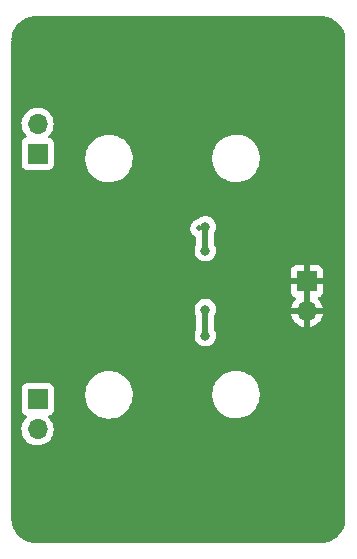
<source format=gbr>
%TF.GenerationSoftware,KiCad,Pcbnew,(6.0.8-1)-1*%
%TF.CreationDate,2023-01-25T17:11:03-08:00*%
%TF.ProjectId,SiPM_breakout,5369504d-5f62-4726-9561-6b6f75742e6b,rev?*%
%TF.SameCoordinates,Original*%
%TF.FileFunction,Copper,L2,Bot*%
%TF.FilePolarity,Positive*%
%FSLAX46Y46*%
G04 Gerber Fmt 4.6, Leading zero omitted, Abs format (unit mm)*
G04 Created by KiCad (PCBNEW (6.0.8-1)-1) date 2023-01-25 17:11:03*
%MOMM*%
%LPD*%
G01*
G04 APERTURE LIST*
%TA.AperFunction,ComponentPad*%
%ADD10R,1.700000X1.700000*%
%TD*%
%TA.AperFunction,ComponentPad*%
%ADD11O,1.700000X1.700000*%
%TD*%
%TA.AperFunction,ViaPad*%
%ADD12C,0.800000*%
%TD*%
%TA.AperFunction,Conductor*%
%ADD13C,0.500000*%
%TD*%
G04 APERTURE END LIST*
D10*
%TO.P,J2,1,Pin_1*%
%TO.N,/SIG2*%
X79400000Y-87200000D03*
D11*
%TO.P,J2,2,Pin_2*%
%TO.N,/BIAS2*%
X79400000Y-84660000D03*
%TD*%
D10*
%TO.P,J1,1,Pin_1*%
%TO.N,/SIG1*%
X79400000Y-108000000D03*
D11*
%TO.P,J1,2,Pin_2*%
%TO.N,/BIAS1*%
X79400000Y-110540000D03*
%TD*%
D10*
%TO.P,J3,1,Pin_1*%
%TO.N,/GND*%
X102200000Y-98000000D03*
D11*
%TO.P,J3,2,Pin_2*%
X102200000Y-100540000D03*
%TD*%
D12*
%TO.N,/BIAS1*%
X93600000Y-102600000D03*
X93600000Y-100400000D03*
%TO.N,/BIAS2*%
X93600000Y-95400000D03*
X93600000Y-93395500D03*
%TO.N,/GND*%
X81800000Y-91600000D03*
X80000000Y-100600000D03*
X82600000Y-85400000D03*
X90800000Y-104600000D03*
X82600000Y-110000000D03*
X81600000Y-103600000D03*
X90600000Y-94400000D03*
X80000000Y-94400000D03*
X90800000Y-91800000D03*
X90800000Y-98000000D03*
X90600000Y-101600000D03*
%TD*%
D13*
%TO.N,/BIAS1*%
X93600000Y-102600000D02*
X93600000Y-100400000D01*
%TO.N,/BIAS2*%
X93085602Y-93495652D02*
X93094975Y-93505025D01*
X93600000Y-95400000D02*
X93600000Y-93395500D01*
%TD*%
%TA.AperFunction,Conductor*%
%TO.N,/GND*%
G36*
X103402018Y-75567000D02*
G01*
X103416851Y-75569310D01*
X103416855Y-75569310D01*
X103425724Y-75570691D01*
X103434626Y-75569527D01*
X103434629Y-75569527D01*
X103442012Y-75568561D01*
X103466591Y-75567767D01*
X103493442Y-75569527D01*
X103688922Y-75582340D01*
X103705262Y-75584491D01*
X103827477Y-75608801D01*
X103949696Y-75633112D01*
X103965606Y-75637375D01*
X104201600Y-75717484D01*
X104216826Y-75723791D01*
X104440342Y-75834016D01*
X104454616Y-75842257D01*
X104661829Y-75980713D01*
X104674905Y-75990746D01*
X104862278Y-76155068D01*
X104873932Y-76166722D01*
X105038254Y-76354095D01*
X105048287Y-76367171D01*
X105186743Y-76574384D01*
X105194984Y-76588658D01*
X105305209Y-76812174D01*
X105311515Y-76827398D01*
X105391625Y-77063394D01*
X105395889Y-77079307D01*
X105444509Y-77323738D01*
X105446660Y-77340078D01*
X105460763Y-77555236D01*
X105459733Y-77578350D01*
X105459690Y-77581854D01*
X105458309Y-77590724D01*
X105459473Y-77599626D01*
X105459473Y-77599628D01*
X105462436Y-77622283D01*
X105463500Y-77638621D01*
X105463500Y-118060633D01*
X105462000Y-118080018D01*
X105459690Y-118094851D01*
X105459690Y-118094855D01*
X105458309Y-118103724D01*
X105459473Y-118112626D01*
X105459473Y-118112629D01*
X105460439Y-118120012D01*
X105461233Y-118144591D01*
X105446660Y-118366922D01*
X105444509Y-118383262D01*
X105395889Y-118627693D01*
X105391625Y-118643606D01*
X105357312Y-118744689D01*
X105311516Y-118879600D01*
X105305209Y-118894826D01*
X105194984Y-119118342D01*
X105186743Y-119132616D01*
X105048287Y-119339829D01*
X105038254Y-119352905D01*
X104873932Y-119540278D01*
X104862278Y-119551932D01*
X104674905Y-119716254D01*
X104661829Y-119726287D01*
X104454616Y-119864743D01*
X104440342Y-119872984D01*
X104216826Y-119983209D01*
X104201602Y-119989515D01*
X103965606Y-120069625D01*
X103949696Y-120073888D01*
X103827477Y-120098199D01*
X103705262Y-120122509D01*
X103688922Y-120124660D01*
X103540134Y-120134413D01*
X103473763Y-120138763D01*
X103450650Y-120137733D01*
X103447146Y-120137690D01*
X103438276Y-120136309D01*
X103429374Y-120137473D01*
X103429372Y-120137473D01*
X103415915Y-120139233D01*
X103406714Y-120140436D01*
X103390379Y-120141500D01*
X79269367Y-120141500D01*
X79249982Y-120140000D01*
X79235149Y-120137690D01*
X79235145Y-120137690D01*
X79226276Y-120136309D01*
X79217374Y-120137473D01*
X79217371Y-120137473D01*
X79209988Y-120138439D01*
X79185409Y-120139233D01*
X79140799Y-120136309D01*
X78963078Y-120124660D01*
X78946738Y-120122509D01*
X78824523Y-120098199D01*
X78702304Y-120073888D01*
X78686394Y-120069625D01*
X78450398Y-119989515D01*
X78435174Y-119983209D01*
X78211658Y-119872984D01*
X78197384Y-119864743D01*
X77990171Y-119726287D01*
X77977095Y-119716254D01*
X77789722Y-119551932D01*
X77778068Y-119540278D01*
X77613746Y-119352905D01*
X77603713Y-119339829D01*
X77465257Y-119132616D01*
X77457016Y-119118342D01*
X77346791Y-118894826D01*
X77340484Y-118879600D01*
X77294688Y-118744689D01*
X77260375Y-118643606D01*
X77256111Y-118627693D01*
X77207491Y-118383262D01*
X77205340Y-118366922D01*
X77191476Y-118155407D01*
X77192650Y-118132232D01*
X77192334Y-118132204D01*
X77192770Y-118127344D01*
X77193576Y-118122552D01*
X77193729Y-118110000D01*
X77189773Y-118082376D01*
X77188500Y-118064514D01*
X77188500Y-110506695D01*
X78037251Y-110506695D01*
X78037548Y-110511848D01*
X78037548Y-110511851D01*
X78043011Y-110606590D01*
X78050110Y-110729715D01*
X78051247Y-110734761D01*
X78051248Y-110734767D01*
X78071119Y-110822939D01*
X78099222Y-110947639D01*
X78183266Y-111154616D01*
X78299987Y-111345088D01*
X78446250Y-111513938D01*
X78618126Y-111656632D01*
X78811000Y-111769338D01*
X79019692Y-111849030D01*
X79024760Y-111850061D01*
X79024763Y-111850062D01*
X79132017Y-111871883D01*
X79238597Y-111893567D01*
X79243772Y-111893757D01*
X79243774Y-111893757D01*
X79456673Y-111901564D01*
X79456677Y-111901564D01*
X79461837Y-111901753D01*
X79466957Y-111901097D01*
X79466959Y-111901097D01*
X79678288Y-111874025D01*
X79678289Y-111874025D01*
X79683416Y-111873368D01*
X79688366Y-111871883D01*
X79892429Y-111810661D01*
X79892434Y-111810659D01*
X79897384Y-111809174D01*
X80097994Y-111710896D01*
X80279860Y-111581173D01*
X80438096Y-111423489D01*
X80497594Y-111340689D01*
X80565435Y-111246277D01*
X80568453Y-111242077D01*
X80667430Y-111041811D01*
X80732370Y-110828069D01*
X80761529Y-110606590D01*
X80763156Y-110540000D01*
X80744852Y-110317361D01*
X80690431Y-110100702D01*
X80601354Y-109895840D01*
X80480014Y-109708277D01*
X80476532Y-109704450D01*
X80332798Y-109546488D01*
X80301746Y-109482642D01*
X80310141Y-109412143D01*
X80355317Y-109357375D01*
X80381761Y-109343706D01*
X80488297Y-109303767D01*
X80496705Y-109300615D01*
X80613261Y-109213261D01*
X80700615Y-109096705D01*
X80751745Y-108960316D01*
X80758500Y-108898134D01*
X80758500Y-107546733D01*
X83434822Y-107546733D01*
X83434975Y-107551121D01*
X83434975Y-107551127D01*
X83444183Y-107814788D01*
X83444625Y-107827458D01*
X83445387Y-107831781D01*
X83445388Y-107831788D01*
X83469164Y-107966624D01*
X83493402Y-108104087D01*
X83580203Y-108371235D01*
X83703340Y-108623702D01*
X83705795Y-108627341D01*
X83705798Y-108627347D01*
X83772261Y-108725882D01*
X83860415Y-108856576D01*
X84048371Y-109065322D01*
X84263550Y-109245879D01*
X84501764Y-109394731D01*
X84635484Y-109454267D01*
X84720193Y-109491982D01*
X84758375Y-109508982D01*
X84850538Y-109535409D01*
X84969104Y-109569407D01*
X85028390Y-109586407D01*
X85032740Y-109587018D01*
X85032743Y-109587019D01*
X85135690Y-109601487D01*
X85306552Y-109625500D01*
X85517146Y-109625500D01*
X85519332Y-109625347D01*
X85519336Y-109625347D01*
X85722827Y-109611118D01*
X85722832Y-109611117D01*
X85727212Y-109610811D01*
X86001970Y-109552409D01*
X86006099Y-109550906D01*
X86006103Y-109550905D01*
X86261781Y-109457846D01*
X86261785Y-109457844D01*
X86265926Y-109456337D01*
X86513942Y-109324464D01*
X86537341Y-109307464D01*
X86737629Y-109161947D01*
X86737632Y-109161944D01*
X86741192Y-109159358D01*
X86943252Y-108964231D01*
X87116188Y-108742882D01*
X87118384Y-108739078D01*
X87118389Y-108739071D01*
X87254435Y-108503431D01*
X87256636Y-108499619D01*
X87361862Y-108239176D01*
X87366101Y-108222176D01*
X87428753Y-107970893D01*
X87428754Y-107970888D01*
X87429817Y-107966624D01*
X87432064Y-107945251D01*
X87458719Y-107691636D01*
X87458719Y-107691633D01*
X87459178Y-107687267D01*
X87458737Y-107674636D01*
X87453677Y-107529733D01*
X94187822Y-107529733D01*
X94187975Y-107534121D01*
X94187975Y-107534127D01*
X94193476Y-107691636D01*
X94197625Y-107810458D01*
X94198387Y-107814781D01*
X94198388Y-107814788D01*
X94222164Y-107949624D01*
X94246402Y-108087087D01*
X94333203Y-108354235D01*
X94456340Y-108606702D01*
X94458795Y-108610341D01*
X94458798Y-108610347D01*
X94470265Y-108627347D01*
X94613415Y-108839576D01*
X94616360Y-108842847D01*
X94616361Y-108842848D01*
X94628722Y-108856576D01*
X94801371Y-109048322D01*
X95016550Y-109228879D01*
X95254764Y-109377731D01*
X95511375Y-109491982D01*
X95574888Y-109510194D01*
X95725295Y-109553322D01*
X95781390Y-109569407D01*
X95785740Y-109570018D01*
X95785743Y-109570019D01*
X95888690Y-109584487D01*
X96059552Y-109608500D01*
X96270146Y-109608500D01*
X96272332Y-109608347D01*
X96272336Y-109608347D01*
X96475827Y-109594118D01*
X96475832Y-109594117D01*
X96480212Y-109593811D01*
X96754970Y-109535409D01*
X96759099Y-109533906D01*
X96759103Y-109533905D01*
X97014781Y-109440846D01*
X97014785Y-109440844D01*
X97018926Y-109439337D01*
X97266942Y-109307464D01*
X97351707Y-109245879D01*
X97490629Y-109144947D01*
X97490632Y-109144944D01*
X97494192Y-109142358D01*
X97696252Y-108947231D01*
X97869188Y-108725882D01*
X97871384Y-108722078D01*
X97871389Y-108722071D01*
X98007435Y-108486431D01*
X98009636Y-108482619D01*
X98114862Y-108222176D01*
X98148544Y-108087087D01*
X98181753Y-107953893D01*
X98181754Y-107953888D01*
X98182817Y-107949624D01*
X98212178Y-107670267D01*
X98208018Y-107551127D01*
X98202529Y-107393939D01*
X98202528Y-107393933D01*
X98202375Y-107389542D01*
X98178608Y-107254749D01*
X98157358Y-107134236D01*
X98153598Y-107112913D01*
X98066797Y-106845765D01*
X98035384Y-106781358D01*
X97970048Y-106647402D01*
X97943660Y-106593298D01*
X97941205Y-106589659D01*
X97941202Y-106589653D01*
X97800514Y-106381075D01*
X97786585Y-106360424D01*
X97598629Y-106151678D01*
X97383450Y-105971121D01*
X97145236Y-105822269D01*
X96930821Y-105726805D01*
X96892639Y-105709805D01*
X96892637Y-105709804D01*
X96888625Y-105708018D01*
X96682123Y-105648805D01*
X96622837Y-105631805D01*
X96622836Y-105631805D01*
X96618610Y-105630593D01*
X96614260Y-105629982D01*
X96614257Y-105629981D01*
X96462498Y-105608653D01*
X96340448Y-105591500D01*
X96129854Y-105591500D01*
X96127668Y-105591653D01*
X96127664Y-105591653D01*
X95924173Y-105605882D01*
X95924168Y-105605883D01*
X95919788Y-105606189D01*
X95645030Y-105664591D01*
X95640901Y-105666094D01*
X95640897Y-105666095D01*
X95385219Y-105759154D01*
X95385215Y-105759156D01*
X95381074Y-105760663D01*
X95133058Y-105892536D01*
X95129499Y-105895122D01*
X95129497Y-105895123D01*
X95004706Y-105985789D01*
X94905808Y-106057642D01*
X94703748Y-106252769D01*
X94530812Y-106474118D01*
X94528616Y-106477922D01*
X94528611Y-106477929D01*
X94454293Y-106606653D01*
X94390364Y-106717381D01*
X94285138Y-106977824D01*
X94284073Y-106982097D01*
X94284072Y-106982099D01*
X94248260Y-107125735D01*
X94217183Y-107250376D01*
X94216724Y-107254744D01*
X94216723Y-107254749D01*
X94200307Y-107410939D01*
X94187822Y-107529733D01*
X87453677Y-107529733D01*
X87449529Y-107410939D01*
X87449528Y-107410933D01*
X87449375Y-107406542D01*
X87446378Y-107389542D01*
X87401360Y-107134236D01*
X87400598Y-107129913D01*
X87313797Y-106862765D01*
X87280219Y-106793919D01*
X87234111Y-106699385D01*
X87190660Y-106610298D01*
X87188205Y-106606659D01*
X87188202Y-106606653D01*
X87098806Y-106474118D01*
X87033585Y-106377424D01*
X87021566Y-106364075D01*
X86848566Y-106171940D01*
X86845629Y-106168678D01*
X86630450Y-105988121D01*
X86392236Y-105839269D01*
X86135625Y-105725018D01*
X85930135Y-105666095D01*
X85869837Y-105648805D01*
X85869836Y-105648805D01*
X85865610Y-105647593D01*
X85861260Y-105646982D01*
X85861257Y-105646981D01*
X85744648Y-105630593D01*
X85587448Y-105608500D01*
X85376854Y-105608500D01*
X85374668Y-105608653D01*
X85374664Y-105608653D01*
X85171173Y-105622882D01*
X85171168Y-105622883D01*
X85166788Y-105623189D01*
X84892030Y-105681591D01*
X84887901Y-105683094D01*
X84887897Y-105683095D01*
X84632219Y-105776154D01*
X84632215Y-105776156D01*
X84628074Y-105777663D01*
X84380058Y-105909536D01*
X84376499Y-105912122D01*
X84376497Y-105912123D01*
X84171998Y-106060700D01*
X84152808Y-106074642D01*
X83950748Y-106269769D01*
X83777812Y-106491118D01*
X83775616Y-106494922D01*
X83775611Y-106494929D01*
X83690989Y-106641500D01*
X83637364Y-106734381D01*
X83532138Y-106994824D01*
X83531073Y-106999097D01*
X83531072Y-106999099D01*
X83468422Y-107250376D01*
X83464183Y-107267376D01*
X83434822Y-107546733D01*
X80758500Y-107546733D01*
X80758500Y-107101866D01*
X80751745Y-107039684D01*
X80700615Y-106903295D01*
X80613261Y-106786739D01*
X80496705Y-106699385D01*
X80360316Y-106648255D01*
X80298134Y-106641500D01*
X78501866Y-106641500D01*
X78439684Y-106648255D01*
X78303295Y-106699385D01*
X78186739Y-106786739D01*
X78099385Y-106903295D01*
X78048255Y-107039684D01*
X78041500Y-107101866D01*
X78041500Y-108898134D01*
X78048255Y-108960316D01*
X78099385Y-109096705D01*
X78186739Y-109213261D01*
X78303295Y-109300615D01*
X78311704Y-109303767D01*
X78311705Y-109303768D01*
X78420451Y-109344535D01*
X78477216Y-109387176D01*
X78501916Y-109453738D01*
X78486709Y-109523087D01*
X78467316Y-109549568D01*
X78340629Y-109682138D01*
X78214743Y-109866680D01*
X78120688Y-110069305D01*
X78060989Y-110284570D01*
X78037251Y-110506695D01*
X77188500Y-110506695D01*
X77188500Y-102600000D01*
X92686496Y-102600000D01*
X92706458Y-102789928D01*
X92765473Y-102971556D01*
X92860960Y-103136944D01*
X92988747Y-103278866D01*
X93143248Y-103391118D01*
X93149276Y-103393802D01*
X93149278Y-103393803D01*
X93311681Y-103466109D01*
X93317712Y-103468794D01*
X93411113Y-103488647D01*
X93498056Y-103507128D01*
X93498061Y-103507128D01*
X93504513Y-103508500D01*
X93695487Y-103508500D01*
X93701939Y-103507128D01*
X93701944Y-103507128D01*
X93788887Y-103488647D01*
X93882288Y-103468794D01*
X93888319Y-103466109D01*
X94050722Y-103393803D01*
X94050724Y-103393802D01*
X94056752Y-103391118D01*
X94211253Y-103278866D01*
X94339040Y-103136944D01*
X94434527Y-102971556D01*
X94493542Y-102789928D01*
X94513504Y-102600000D01*
X94493542Y-102410072D01*
X94434527Y-102228444D01*
X94375381Y-102126000D01*
X94358500Y-102063001D01*
X94358500Y-100936999D01*
X94375381Y-100873999D01*
X94413506Y-100807966D01*
X100868257Y-100807966D01*
X100898565Y-100942446D01*
X100901645Y-100952275D01*
X100981770Y-101149603D01*
X100986413Y-101158794D01*
X101097694Y-101340388D01*
X101103777Y-101348699D01*
X101243213Y-101509667D01*
X101250580Y-101516883D01*
X101414434Y-101652916D01*
X101422881Y-101658831D01*
X101606756Y-101766279D01*
X101616042Y-101770729D01*
X101815001Y-101846703D01*
X101824899Y-101849579D01*
X101928250Y-101870606D01*
X101942299Y-101869410D01*
X101946000Y-101859065D01*
X101946000Y-101858517D01*
X102454000Y-101858517D01*
X102458064Y-101872359D01*
X102471478Y-101874393D01*
X102478184Y-101873534D01*
X102488262Y-101871392D01*
X102692255Y-101810191D01*
X102701842Y-101806433D01*
X102893095Y-101712739D01*
X102901945Y-101707464D01*
X103075328Y-101583792D01*
X103083200Y-101577139D01*
X103234052Y-101426812D01*
X103240730Y-101418965D01*
X103365003Y-101246020D01*
X103370313Y-101237183D01*
X103464670Y-101046267D01*
X103468469Y-101036672D01*
X103530377Y-100832910D01*
X103532555Y-100822837D01*
X103533986Y-100811962D01*
X103531775Y-100797778D01*
X103518617Y-100794000D01*
X102472115Y-100794000D01*
X102456876Y-100798475D01*
X102455671Y-100799865D01*
X102454000Y-100807548D01*
X102454000Y-101858517D01*
X101946000Y-101858517D01*
X101946000Y-100812115D01*
X101941525Y-100796876D01*
X101940135Y-100795671D01*
X101932452Y-100794000D01*
X100883225Y-100794000D01*
X100869694Y-100797973D01*
X100868257Y-100807966D01*
X94413506Y-100807966D01*
X94431223Y-100777279D01*
X94431224Y-100777278D01*
X94434527Y-100771556D01*
X94493542Y-100589928D01*
X94513504Y-100400000D01*
X94493542Y-100210072D01*
X94434527Y-100028444D01*
X94339040Y-99863056D01*
X94211253Y-99721134D01*
X94056752Y-99608882D01*
X94050724Y-99606198D01*
X94050722Y-99606197D01*
X93888319Y-99533891D01*
X93888318Y-99533891D01*
X93882288Y-99531206D01*
X93788887Y-99511353D01*
X93701944Y-99492872D01*
X93701939Y-99492872D01*
X93695487Y-99491500D01*
X93504513Y-99491500D01*
X93498061Y-99492872D01*
X93498056Y-99492872D01*
X93411112Y-99511353D01*
X93317712Y-99531206D01*
X93311682Y-99533891D01*
X93311681Y-99533891D01*
X93149278Y-99606197D01*
X93149276Y-99606198D01*
X93143248Y-99608882D01*
X92988747Y-99721134D01*
X92860960Y-99863056D01*
X92765473Y-100028444D01*
X92706458Y-100210072D01*
X92686496Y-100400000D01*
X92706458Y-100589928D01*
X92765473Y-100771556D01*
X92768776Y-100777278D01*
X92768777Y-100777279D01*
X92824619Y-100873999D01*
X92841500Y-100936999D01*
X92841500Y-102063001D01*
X92824619Y-102126000D01*
X92765473Y-102228444D01*
X92706458Y-102410072D01*
X92686496Y-102600000D01*
X77188500Y-102600000D01*
X77188500Y-98894669D01*
X100842001Y-98894669D01*
X100842371Y-98901490D01*
X100847895Y-98952352D01*
X100851521Y-98967604D01*
X100896676Y-99088054D01*
X100905214Y-99103649D01*
X100981715Y-99205724D01*
X100994276Y-99218285D01*
X101096351Y-99294786D01*
X101111946Y-99303324D01*
X101221337Y-99344333D01*
X101278101Y-99386975D01*
X101302801Y-99453536D01*
X101287594Y-99522885D01*
X101268201Y-99549366D01*
X101144590Y-99678717D01*
X101138104Y-99686727D01*
X101018098Y-99862649D01*
X101013000Y-99871623D01*
X100923338Y-100064783D01*
X100919775Y-100074470D01*
X100864389Y-100274183D01*
X100865912Y-100282607D01*
X100878292Y-100286000D01*
X101927885Y-100286000D01*
X101943124Y-100281525D01*
X101944329Y-100280135D01*
X101946000Y-100272452D01*
X101946000Y-100267885D01*
X102454000Y-100267885D01*
X102458475Y-100283124D01*
X102459865Y-100284329D01*
X102467548Y-100286000D01*
X103518344Y-100286000D01*
X103531875Y-100282027D01*
X103533180Y-100272947D01*
X103491214Y-100105875D01*
X103487894Y-100096124D01*
X103402972Y-99900814D01*
X103398105Y-99891739D01*
X103282426Y-99712926D01*
X103276136Y-99704757D01*
X103131931Y-99546279D01*
X103100879Y-99482433D01*
X103109273Y-99411934D01*
X103154450Y-99357166D01*
X103180894Y-99343497D01*
X103288054Y-99303324D01*
X103303649Y-99294786D01*
X103405724Y-99218285D01*
X103418285Y-99205724D01*
X103494786Y-99103649D01*
X103503324Y-99088054D01*
X103548478Y-98967606D01*
X103552105Y-98952351D01*
X103557631Y-98901486D01*
X103558000Y-98894672D01*
X103558000Y-98272115D01*
X103553525Y-98256876D01*
X103552135Y-98255671D01*
X103544452Y-98254000D01*
X102472115Y-98254000D01*
X102456876Y-98258475D01*
X102455671Y-98259865D01*
X102454000Y-98267548D01*
X102454000Y-100267885D01*
X101946000Y-100267885D01*
X101946000Y-98272115D01*
X101941525Y-98256876D01*
X101940135Y-98255671D01*
X101932452Y-98254000D01*
X100860116Y-98254000D01*
X100844877Y-98258475D01*
X100843672Y-98259865D01*
X100842001Y-98267548D01*
X100842001Y-98894669D01*
X77188500Y-98894669D01*
X77188500Y-97727885D01*
X100842000Y-97727885D01*
X100846475Y-97743124D01*
X100847865Y-97744329D01*
X100855548Y-97746000D01*
X101927885Y-97746000D01*
X101943124Y-97741525D01*
X101944329Y-97740135D01*
X101946000Y-97732452D01*
X101946000Y-97727885D01*
X102454000Y-97727885D01*
X102458475Y-97743124D01*
X102459865Y-97744329D01*
X102467548Y-97746000D01*
X103539884Y-97746000D01*
X103555123Y-97741525D01*
X103556328Y-97740135D01*
X103557999Y-97732452D01*
X103557999Y-97105331D01*
X103557629Y-97098510D01*
X103552105Y-97047648D01*
X103548479Y-97032396D01*
X103503324Y-96911946D01*
X103494786Y-96896351D01*
X103418285Y-96794276D01*
X103405724Y-96781715D01*
X103303649Y-96705214D01*
X103288054Y-96696676D01*
X103167606Y-96651522D01*
X103152351Y-96647895D01*
X103101486Y-96642369D01*
X103094672Y-96642000D01*
X102472115Y-96642000D01*
X102456876Y-96646475D01*
X102455671Y-96647865D01*
X102454000Y-96655548D01*
X102454000Y-97727885D01*
X101946000Y-97727885D01*
X101946000Y-96660116D01*
X101941525Y-96644877D01*
X101940135Y-96643672D01*
X101932452Y-96642001D01*
X101305331Y-96642001D01*
X101298510Y-96642371D01*
X101247648Y-96647895D01*
X101232396Y-96651521D01*
X101111946Y-96696676D01*
X101096351Y-96705214D01*
X100994276Y-96781715D01*
X100981715Y-96794276D01*
X100905214Y-96896351D01*
X100896676Y-96911946D01*
X100851522Y-97032394D01*
X100847895Y-97047649D01*
X100842369Y-97098514D01*
X100842000Y-97105328D01*
X100842000Y-97727885D01*
X77188500Y-97727885D01*
X77188500Y-93469001D01*
X92322403Y-93469001D01*
X92336742Y-93645289D01*
X92338996Y-93652248D01*
X92338997Y-93652251D01*
X92388994Y-93806585D01*
X92391251Y-93813551D01*
X92395047Y-93819806D01*
X92395048Y-93819809D01*
X92480098Y-93959966D01*
X92480101Y-93959970D01*
X92483007Y-93964759D01*
X92486716Y-93968958D01*
X92486719Y-93968963D01*
X92489111Y-93971671D01*
X92490405Y-93973136D01*
X92589954Y-94072685D01*
X92693691Y-94154759D01*
X92768852Y-94189887D01*
X92822093Y-94236848D01*
X92841500Y-94304033D01*
X92841500Y-94863001D01*
X92824619Y-94926000D01*
X92765473Y-95028444D01*
X92706458Y-95210072D01*
X92686496Y-95400000D01*
X92706458Y-95589928D01*
X92765473Y-95771556D01*
X92860960Y-95936944D01*
X92988747Y-96078866D01*
X93143248Y-96191118D01*
X93149276Y-96193802D01*
X93149278Y-96193803D01*
X93311681Y-96266109D01*
X93317712Y-96268794D01*
X93411113Y-96288647D01*
X93498056Y-96307128D01*
X93498061Y-96307128D01*
X93504513Y-96308500D01*
X93695487Y-96308500D01*
X93701939Y-96307128D01*
X93701944Y-96307128D01*
X93788888Y-96288647D01*
X93882288Y-96268794D01*
X93888319Y-96266109D01*
X94050722Y-96193803D01*
X94050724Y-96193802D01*
X94056752Y-96191118D01*
X94211253Y-96078866D01*
X94339040Y-95936944D01*
X94434527Y-95771556D01*
X94493542Y-95589928D01*
X94513504Y-95400000D01*
X94493542Y-95210072D01*
X94434527Y-95028444D01*
X94375381Y-94926000D01*
X94358500Y-94863001D01*
X94358500Y-93932499D01*
X94375381Y-93869499D01*
X94431223Y-93772779D01*
X94431224Y-93772778D01*
X94434527Y-93767056D01*
X94493542Y-93585428D01*
X94513504Y-93395500D01*
X94512814Y-93388935D01*
X94494232Y-93212135D01*
X94494232Y-93212133D01*
X94493542Y-93205572D01*
X94434527Y-93023944D01*
X94409620Y-92980803D01*
X94347621Y-92873419D01*
X94339040Y-92858556D01*
X94272924Y-92785126D01*
X94215675Y-92721545D01*
X94215674Y-92721544D01*
X94211253Y-92716634D01*
X94056752Y-92604382D01*
X94050724Y-92601698D01*
X94050722Y-92601697D01*
X93888319Y-92529391D01*
X93888318Y-92529391D01*
X93882288Y-92526706D01*
X93788887Y-92506853D01*
X93701944Y-92488372D01*
X93701939Y-92488372D01*
X93695487Y-92487000D01*
X93504513Y-92487000D01*
X93498061Y-92488372D01*
X93498056Y-92488372D01*
X93411113Y-92506853D01*
X93317712Y-92526706D01*
X93311682Y-92529391D01*
X93311681Y-92529391D01*
X93149278Y-92601697D01*
X93149276Y-92601698D01*
X93143248Y-92604382D01*
X92988747Y-92716634D01*
X92984327Y-92721543D01*
X92981395Y-92724183D01*
X92929381Y-92752337D01*
X92805718Y-92785126D01*
X92799259Y-92788582D01*
X92656228Y-92865113D01*
X92656225Y-92865115D01*
X92649768Y-92868570D01*
X92644280Y-92873417D01*
X92644277Y-92873419D01*
X92583483Y-92927111D01*
X92517198Y-92985652D01*
X92415118Y-93130092D01*
X92412383Y-93136878D01*
X92412381Y-93136882D01*
X92382061Y-93212116D01*
X92349004Y-93294141D01*
X92347903Y-93301378D01*
X92332586Y-93402065D01*
X92322403Y-93469001D01*
X77188500Y-93469001D01*
X77188500Y-84626695D01*
X78037251Y-84626695D01*
X78037548Y-84631848D01*
X78037548Y-84631851D01*
X78043011Y-84726590D01*
X78050110Y-84849715D01*
X78051247Y-84854761D01*
X78051248Y-84854767D01*
X78071119Y-84942939D01*
X78099222Y-85067639D01*
X78183266Y-85274616D01*
X78299987Y-85465088D01*
X78446250Y-85633938D01*
X78450230Y-85637242D01*
X78454981Y-85641187D01*
X78494616Y-85700090D01*
X78496113Y-85771071D01*
X78458997Y-85831593D01*
X78418724Y-85856112D01*
X78303295Y-85899385D01*
X78186739Y-85986739D01*
X78099385Y-86103295D01*
X78048255Y-86239684D01*
X78041500Y-86301866D01*
X78041500Y-88098134D01*
X78048255Y-88160316D01*
X78099385Y-88296705D01*
X78186739Y-88413261D01*
X78303295Y-88500615D01*
X78439684Y-88551745D01*
X78501866Y-88558500D01*
X80298134Y-88558500D01*
X80360316Y-88551745D01*
X80496705Y-88500615D01*
X80613261Y-88413261D01*
X80700615Y-88296705D01*
X80751745Y-88160316D01*
X80758500Y-88098134D01*
X80758500Y-87546733D01*
X83434822Y-87546733D01*
X83434975Y-87551121D01*
X83434975Y-87551127D01*
X83444183Y-87814788D01*
X83444625Y-87827458D01*
X83445387Y-87831781D01*
X83445388Y-87831788D01*
X83469164Y-87966624D01*
X83493402Y-88104087D01*
X83580203Y-88371235D01*
X83582131Y-88375188D01*
X83582133Y-88375193D01*
X83603325Y-88418642D01*
X83703340Y-88623702D01*
X83705795Y-88627341D01*
X83705798Y-88627347D01*
X83772261Y-88725882D01*
X83860415Y-88856576D01*
X84048371Y-89065322D01*
X84263550Y-89245879D01*
X84501764Y-89394731D01*
X84605340Y-89440846D01*
X84720193Y-89491982D01*
X84758375Y-89508982D01*
X84850538Y-89535409D01*
X84969104Y-89569407D01*
X85028390Y-89586407D01*
X85032740Y-89587018D01*
X85032743Y-89587019D01*
X85135690Y-89601487D01*
X85306552Y-89625500D01*
X85517146Y-89625500D01*
X85519332Y-89625347D01*
X85519336Y-89625347D01*
X85722827Y-89611118D01*
X85722832Y-89611117D01*
X85727212Y-89610811D01*
X86001970Y-89552409D01*
X86006099Y-89550906D01*
X86006103Y-89550905D01*
X86261781Y-89457846D01*
X86261785Y-89457844D01*
X86265926Y-89456337D01*
X86513942Y-89324464D01*
X86537341Y-89307464D01*
X86737629Y-89161947D01*
X86737632Y-89161944D01*
X86741192Y-89159358D01*
X86943252Y-88964231D01*
X87116188Y-88742882D01*
X87118384Y-88739078D01*
X87118389Y-88739071D01*
X87254435Y-88503431D01*
X87256636Y-88499619D01*
X87361862Y-88239176D01*
X87366101Y-88222176D01*
X87428753Y-87970893D01*
X87428754Y-87970888D01*
X87429817Y-87966624D01*
X87432064Y-87945251D01*
X87458719Y-87691636D01*
X87458719Y-87691633D01*
X87459178Y-87687267D01*
X87458737Y-87674636D01*
X87453677Y-87529733D01*
X94187822Y-87529733D01*
X94187975Y-87534121D01*
X94187975Y-87534127D01*
X94193476Y-87691636D01*
X94197625Y-87810458D01*
X94198387Y-87814781D01*
X94198388Y-87814788D01*
X94222164Y-87949624D01*
X94246402Y-88087087D01*
X94333203Y-88354235D01*
X94335131Y-88358188D01*
X94335133Y-88358193D01*
X94390313Y-88471328D01*
X94456340Y-88606702D01*
X94458795Y-88610341D01*
X94458798Y-88610347D01*
X94470265Y-88627347D01*
X94613415Y-88839576D01*
X94616360Y-88842847D01*
X94616361Y-88842848D01*
X94628722Y-88856576D01*
X94801371Y-89048322D01*
X95016550Y-89228879D01*
X95254764Y-89377731D01*
X95511375Y-89491982D01*
X95574888Y-89510194D01*
X95725295Y-89553322D01*
X95781390Y-89569407D01*
X95785740Y-89570018D01*
X95785743Y-89570019D01*
X95888690Y-89584487D01*
X96059552Y-89608500D01*
X96270146Y-89608500D01*
X96272332Y-89608347D01*
X96272336Y-89608347D01*
X96475827Y-89594118D01*
X96475832Y-89594117D01*
X96480212Y-89593811D01*
X96754970Y-89535409D01*
X96759099Y-89533906D01*
X96759103Y-89533905D01*
X97014781Y-89440846D01*
X97014785Y-89440844D01*
X97018926Y-89439337D01*
X97266942Y-89307464D01*
X97351707Y-89245879D01*
X97490629Y-89144947D01*
X97490632Y-89144944D01*
X97494192Y-89142358D01*
X97696252Y-88947231D01*
X97869188Y-88725882D01*
X97871384Y-88722078D01*
X97871389Y-88722071D01*
X98007435Y-88486431D01*
X98009636Y-88482619D01*
X98114862Y-88222176D01*
X98128441Y-88167715D01*
X98181753Y-87953893D01*
X98181754Y-87953888D01*
X98182817Y-87949624D01*
X98212178Y-87670267D01*
X98208018Y-87551127D01*
X98202529Y-87393939D01*
X98202528Y-87393933D01*
X98202375Y-87389542D01*
X98178608Y-87254749D01*
X98157358Y-87134236D01*
X98153598Y-87112913D01*
X98066797Y-86845765D01*
X97943660Y-86593298D01*
X97941205Y-86589659D01*
X97941202Y-86589653D01*
X97800514Y-86381075D01*
X97786585Y-86360424D01*
X97598629Y-86151678D01*
X97383450Y-85971121D01*
X97145236Y-85822269D01*
X96930821Y-85726805D01*
X96892639Y-85709805D01*
X96892637Y-85709804D01*
X96888625Y-85708018D01*
X96678364Y-85647727D01*
X96622837Y-85631805D01*
X96622836Y-85631805D01*
X96618610Y-85630593D01*
X96614260Y-85629982D01*
X96614257Y-85629981D01*
X96462498Y-85608653D01*
X96340448Y-85591500D01*
X96129854Y-85591500D01*
X96127668Y-85591653D01*
X96127664Y-85591653D01*
X95924173Y-85605882D01*
X95924168Y-85605883D01*
X95919788Y-85606189D01*
X95645030Y-85664591D01*
X95640901Y-85666094D01*
X95640897Y-85666095D01*
X95385219Y-85759154D01*
X95385215Y-85759156D01*
X95381074Y-85760663D01*
X95133058Y-85892536D01*
X95129499Y-85895122D01*
X95129497Y-85895123D01*
X94993516Y-85993919D01*
X94905808Y-86057642D01*
X94703748Y-86252769D01*
X94530812Y-86474118D01*
X94528616Y-86477922D01*
X94528611Y-86477929D01*
X94454293Y-86606653D01*
X94390364Y-86717381D01*
X94285138Y-86977824D01*
X94284073Y-86982097D01*
X94284072Y-86982099D01*
X94248260Y-87125735D01*
X94217183Y-87250376D01*
X94216724Y-87254744D01*
X94216723Y-87254749D01*
X94200307Y-87410939D01*
X94187822Y-87529733D01*
X87453677Y-87529733D01*
X87449529Y-87410939D01*
X87449528Y-87410933D01*
X87449375Y-87406542D01*
X87446378Y-87389542D01*
X87401360Y-87134236D01*
X87400598Y-87129913D01*
X87313797Y-86862765D01*
X87190660Y-86610298D01*
X87188205Y-86606659D01*
X87188202Y-86606653D01*
X87098806Y-86474118D01*
X87033585Y-86377424D01*
X87021566Y-86364075D01*
X86848566Y-86171940D01*
X86845629Y-86168678D01*
X86630450Y-85988121D01*
X86392236Y-85839269D01*
X86135625Y-85725018D01*
X85930135Y-85666095D01*
X85869837Y-85648805D01*
X85869836Y-85648805D01*
X85865610Y-85647593D01*
X85861260Y-85646982D01*
X85861257Y-85646981D01*
X85740649Y-85630031D01*
X85587448Y-85608500D01*
X85376854Y-85608500D01*
X85374668Y-85608653D01*
X85374664Y-85608653D01*
X85171173Y-85622882D01*
X85171168Y-85622883D01*
X85166788Y-85623189D01*
X84892030Y-85681591D01*
X84887901Y-85683094D01*
X84887897Y-85683095D01*
X84632219Y-85776154D01*
X84632215Y-85776156D01*
X84628074Y-85777663D01*
X84380058Y-85909536D01*
X84376499Y-85912122D01*
X84376497Y-85912123D01*
X84171998Y-86060700D01*
X84152808Y-86074642D01*
X83950748Y-86269769D01*
X83777812Y-86491118D01*
X83775616Y-86494922D01*
X83775611Y-86494929D01*
X83661794Y-86692067D01*
X83637364Y-86734381D01*
X83532138Y-86994824D01*
X83531073Y-86999097D01*
X83531072Y-86999099D01*
X83468422Y-87250376D01*
X83464183Y-87267376D01*
X83434822Y-87546733D01*
X80758500Y-87546733D01*
X80758500Y-86301866D01*
X80751745Y-86239684D01*
X80700615Y-86103295D01*
X80613261Y-85986739D01*
X80496705Y-85899385D01*
X80472924Y-85890470D01*
X80378203Y-85854960D01*
X80321439Y-85812318D01*
X80296739Y-85745756D01*
X80311947Y-85676408D01*
X80333493Y-85647727D01*
X80438096Y-85543489D01*
X80497594Y-85460689D01*
X80565435Y-85366277D01*
X80568453Y-85362077D01*
X80667430Y-85161811D01*
X80732370Y-84948069D01*
X80761529Y-84726590D01*
X80763156Y-84660000D01*
X80744852Y-84437361D01*
X80690431Y-84220702D01*
X80601354Y-84015840D01*
X80480014Y-83828277D01*
X80329670Y-83663051D01*
X80325619Y-83659852D01*
X80325615Y-83659848D01*
X80158414Y-83527800D01*
X80158410Y-83527798D01*
X80154359Y-83524598D01*
X79958789Y-83416638D01*
X79953920Y-83414914D01*
X79953916Y-83414912D01*
X79753087Y-83343795D01*
X79753083Y-83343794D01*
X79748212Y-83342069D01*
X79743119Y-83341162D01*
X79743116Y-83341161D01*
X79533373Y-83303800D01*
X79533367Y-83303799D01*
X79528284Y-83302894D01*
X79454452Y-83301992D01*
X79310081Y-83300228D01*
X79310079Y-83300228D01*
X79304911Y-83300165D01*
X79084091Y-83333955D01*
X78871756Y-83403357D01*
X78673607Y-83506507D01*
X78669474Y-83509610D01*
X78669471Y-83509612D01*
X78645247Y-83527800D01*
X78494965Y-83640635D01*
X78340629Y-83802138D01*
X78214743Y-83986680D01*
X78120688Y-84189305D01*
X78060989Y-84404570D01*
X78037251Y-84626695D01*
X77188500Y-84626695D01*
X77188500Y-77650250D01*
X77190246Y-77629345D01*
X77192770Y-77614344D01*
X77192770Y-77614341D01*
X77193576Y-77609552D01*
X77193729Y-77597000D01*
X77192003Y-77584947D01*
X77191001Y-77558845D01*
X77205340Y-77340078D01*
X77207491Y-77323738D01*
X77256111Y-77079307D01*
X77260375Y-77063394D01*
X77340485Y-76827398D01*
X77346791Y-76812174D01*
X77457016Y-76588658D01*
X77465257Y-76574384D01*
X77603713Y-76367171D01*
X77613746Y-76354095D01*
X77778068Y-76166722D01*
X77789722Y-76155068D01*
X77977095Y-75990746D01*
X77990171Y-75980713D01*
X78197384Y-75842257D01*
X78211658Y-75834016D01*
X78435174Y-75723791D01*
X78450400Y-75717484D01*
X78686394Y-75637375D01*
X78702304Y-75633112D01*
X78824523Y-75608801D01*
X78946738Y-75584491D01*
X78963078Y-75582340D01*
X79111866Y-75572587D01*
X79178237Y-75568237D01*
X79201350Y-75569267D01*
X79204854Y-75569310D01*
X79213724Y-75570691D01*
X79222626Y-75569527D01*
X79222628Y-75569527D01*
X79239449Y-75567327D01*
X79245286Y-75566564D01*
X79261621Y-75565500D01*
X103382633Y-75565500D01*
X103402018Y-75567000D01*
G37*
%TD.AperFunction*%
%TD*%
M02*

</source>
